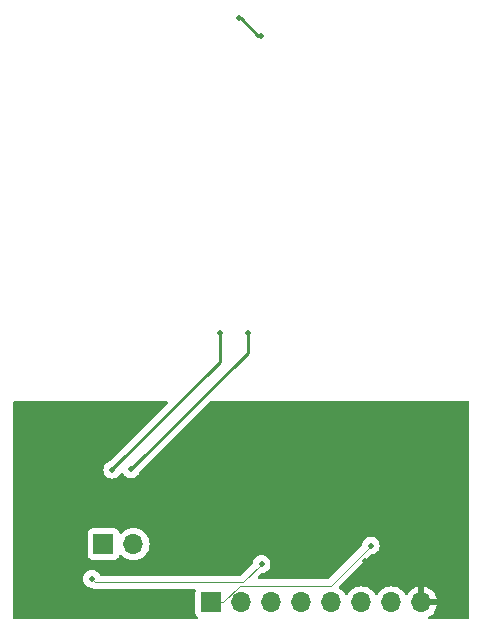
<source format=gbl>
G04 #@! TF.GenerationSoftware,KiCad,Pcbnew,7.0.9*
G04 #@! TF.CreationDate,2024-04-25T16:45:35+02:00*
G04 #@! TF.ProjectId,NFC_Programmer,4e46435f-5072-46f6-9772-616d6d65722e,3.0*
G04 #@! TF.SameCoordinates,Original*
G04 #@! TF.FileFunction,Copper,L2,Bot*
G04 #@! TF.FilePolarity,Positive*
%FSLAX46Y46*%
G04 Gerber Fmt 4.6, Leading zero omitted, Abs format (unit mm)*
G04 Created by KiCad (PCBNEW 7.0.9) date 2024-04-25 16:45:35*
%MOMM*%
%LPD*%
G01*
G04 APERTURE LIST*
G04 #@! TA.AperFunction,ComponentPad*
%ADD10R,1.700000X1.700000*%
G04 #@! TD*
G04 #@! TA.AperFunction,ComponentPad*
%ADD11O,1.700000X1.700000*%
G04 #@! TD*
G04 #@! TA.AperFunction,ViaPad*
%ADD12C,0.360000*%
G04 #@! TD*
G04 #@! TA.AperFunction,ViaPad*
%ADD13C,0.500000*%
G04 #@! TD*
G04 #@! TA.AperFunction,Conductor*
%ADD14C,0.100000*%
G04 #@! TD*
G04 #@! TA.AperFunction,Conductor*
%ADD15C,0.250000*%
G04 #@! TD*
G04 APERTURE END LIST*
D10*
X128530000Y-103060000D03*
D11*
X131070000Y-103060000D03*
X155450000Y-108000000D03*
X152910000Y-108000000D03*
X150370000Y-108000000D03*
X147830000Y-108000000D03*
X145290000Y-108000000D03*
X142750000Y-108000000D03*
X140210000Y-108000000D03*
D10*
X137670000Y-108000000D03*
D12*
X157290000Y-108800000D03*
X157410000Y-106750000D03*
X157370000Y-107320000D03*
X157340000Y-108130000D03*
X156490000Y-106240000D03*
X157060000Y-106240000D03*
X155340000Y-106240000D03*
X155950000Y-106240000D03*
X132950000Y-102060000D03*
X132860000Y-102820000D03*
X132830000Y-103540000D03*
X132800000Y-104280000D03*
X132300000Y-104770000D03*
X131370000Y-104790000D03*
X130490000Y-104780000D03*
X129580000Y-104840000D03*
X128570000Y-104790000D03*
X154640000Y-106420000D03*
X151930000Y-105830000D03*
X153960000Y-106440000D03*
X151460000Y-105450000D03*
X153280000Y-106320000D03*
X152590000Y-106270000D03*
X159130000Y-95860000D03*
X157940000Y-91280000D03*
X131870000Y-105550000D03*
X124300000Y-91250000D03*
X125190000Y-98820000D03*
X127340000Y-91240000D03*
X157250000Y-91280000D03*
X129940000Y-105570000D03*
X135120000Y-99770000D03*
X121160000Y-98970000D03*
X122870000Y-109150000D03*
D13*
X134251582Y-95601582D03*
D12*
X126460000Y-94700000D03*
X144350000Y-91290000D03*
X159080000Y-104020000D03*
X155130000Y-94450000D03*
X129220000Y-91250000D03*
X125190000Y-98210000D03*
X130030000Y-109160000D03*
X134590000Y-100240000D03*
X148440000Y-92230000D03*
X150480000Y-99510000D03*
X154370000Y-97580000D03*
X123600000Y-91240000D03*
X133980000Y-97190000D03*
X159130000Y-96470000D03*
X121160000Y-92260000D03*
X152660000Y-97670000D03*
X134450000Y-102200000D03*
X154960000Y-93780000D03*
X125860000Y-109180000D03*
X121170000Y-91560000D03*
X141860000Y-91280000D03*
X121120000Y-108950000D03*
X148700000Y-91290000D03*
X158550000Y-91280000D03*
X125740000Y-97180000D03*
X121130000Y-106460000D03*
X137450000Y-95930000D03*
X159120000Y-92860000D03*
X127700000Y-104640000D03*
X143780000Y-91290000D03*
X124910000Y-108130000D03*
X148000000Y-91280000D03*
X121160000Y-92870000D03*
X151917606Y-102411550D03*
X152920000Y-91280000D03*
X147701096Y-92221952D03*
X149280000Y-92220000D03*
X159090000Y-99740000D03*
X139410000Y-91290000D03*
X159090000Y-101530000D03*
X132820000Y-105550000D03*
X131290000Y-109180000D03*
X133600000Y-101250000D03*
X151890000Y-97650000D03*
X159130000Y-95290000D03*
X130870000Y-105570000D03*
X134350000Y-103270000D03*
X125250000Y-109180000D03*
X127520000Y-92500000D03*
X127740000Y-109160000D03*
X159120000Y-98960000D03*
X126610000Y-96460000D03*
X134330000Y-104370000D03*
X158390000Y-109150000D03*
X121130000Y-104670000D03*
X134650000Y-105360000D03*
X152310000Y-91280000D03*
X126670000Y-92870000D03*
X126440000Y-93840000D03*
X140680000Y-91280000D03*
X156070000Y-91280000D03*
X136910000Y-99940000D03*
X150460000Y-100300000D03*
X140020000Y-91290000D03*
X153450000Y-97640000D03*
X134950000Y-98240000D03*
X151364342Y-91970000D03*
X135077887Y-95174346D03*
X155410000Y-91290000D03*
X159080000Y-107150000D03*
X123410000Y-109150000D03*
X159090000Y-105270000D03*
X136980000Y-95110000D03*
X128330000Y-92550000D03*
X150470000Y-98680000D03*
X121160000Y-94050000D03*
X121810000Y-91240000D03*
D13*
X142620000Y-93280000D03*
D12*
X131010000Y-91250000D03*
X121690000Y-109150000D03*
X149880000Y-91290000D03*
X125480000Y-91250000D03*
X128310000Y-109160000D03*
X127050000Y-102380000D03*
X127910000Y-91240000D03*
X131820000Y-109180000D03*
X151460000Y-104220000D03*
X124910000Y-107590000D03*
X150530000Y-100960000D03*
X134950000Y-96480000D03*
X136540000Y-95870000D03*
X153540000Y-92730000D03*
X121130000Y-105850000D03*
X155130000Y-95290000D03*
X126400000Y-109180000D03*
X125760000Y-106200000D03*
X159080000Y-107760000D03*
X124910000Y-106980000D03*
X127050000Y-104100000D03*
X124910000Y-106410000D03*
X133540000Y-91240000D03*
X159090000Y-104660000D03*
X152060000Y-103740000D03*
X128800000Y-105570000D03*
X121120000Y-107160000D03*
X121120000Y-108340000D03*
X135620000Y-95890000D03*
X132850000Y-91240000D03*
X159130000Y-94680000D03*
X127050000Y-102950000D03*
X121130000Y-100360000D03*
X152220000Y-103020000D03*
X121120000Y-102240000D03*
X121160000Y-93440000D03*
X126970000Y-109180000D03*
X151740000Y-91280000D03*
X125190000Y-99360000D03*
X121130000Y-101540000D03*
X159120000Y-93430000D03*
X159090000Y-100920000D03*
X126670000Y-97160000D03*
X128970000Y-92080000D03*
D13*
X150700000Y-104480000D03*
D12*
X159080000Y-108330000D03*
X129460000Y-109160000D03*
X122420000Y-91240000D03*
X159120000Y-97780000D03*
X126540000Y-105870000D03*
X121160000Y-98360000D03*
X133530000Y-96280000D03*
X159090000Y-106450000D03*
X121130000Y-105280000D03*
X121120000Y-104030000D03*
X146820000Y-91280000D03*
X159130000Y-91550000D03*
X132280000Y-91240000D03*
X136340000Y-101680000D03*
X130400000Y-91250000D03*
X128520000Y-91240000D03*
X125670000Y-100350000D03*
X159080000Y-108940000D03*
X159120000Y-97170000D03*
X133210000Y-96990000D03*
X142470000Y-91280000D03*
X154800000Y-91290000D03*
X147200000Y-91900000D03*
X122990000Y-91240000D03*
X125190000Y-99930000D03*
X145600000Y-91280000D03*
X128920000Y-109160000D03*
X151070000Y-98110000D03*
X149310000Y-91290000D03*
X121130000Y-99750000D03*
X124910000Y-91250000D03*
X152170000Y-91820000D03*
X157820000Y-109150000D03*
X154230000Y-91290000D03*
X151130000Y-91280000D03*
X159090000Y-105840000D03*
X129830000Y-91250000D03*
X146210000Y-91280000D03*
X123980000Y-109150000D03*
X137000000Y-100650000D03*
X134960000Y-99050000D03*
D13*
X136870000Y-101300000D03*
D12*
X159090000Y-100350000D03*
X131670000Y-91240000D03*
X127100000Y-101690000D03*
X136100000Y-95140000D03*
X122260000Y-109150000D03*
X127050000Y-103560000D03*
X126090000Y-91250000D03*
X159120000Y-98350000D03*
X147390000Y-91280000D03*
X121170000Y-95300000D03*
X126130000Y-100790000D03*
X134890000Y-97330000D03*
X136100000Y-99920000D03*
X121160000Y-97180000D03*
X130670000Y-109180000D03*
X126610000Y-101210000D03*
X121120000Y-107770000D03*
X121170000Y-95870000D03*
X149880000Y-91890000D03*
X144960000Y-91290000D03*
X121120000Y-102850000D03*
X151124464Y-102010199D03*
X159080000Y-102230000D03*
X121120000Y-103420000D03*
X143170000Y-91290000D03*
X124910000Y-108700000D03*
X159120000Y-94040000D03*
X134250000Y-100770000D03*
X121130000Y-100930000D03*
X153420000Y-92190000D03*
X155210000Y-96260000D03*
D13*
X137990000Y-95230000D03*
D12*
X121170000Y-96480000D03*
X150570000Y-101750000D03*
X156680000Y-91280000D03*
X125190000Y-97640000D03*
X135450000Y-101790000D03*
X126700000Y-105300000D03*
X159080000Y-102840000D03*
X154390000Y-93370000D03*
X153620000Y-91290000D03*
X159120000Y-92250000D03*
X151070000Y-105060000D03*
D13*
X125870000Y-95560000D03*
D12*
X121160000Y-97790000D03*
X121170000Y-94690000D03*
D13*
X141500000Y-97570000D03*
D12*
X127050000Y-104670000D03*
X155050000Y-97220000D03*
X128250000Y-105320000D03*
X124680000Y-109180000D03*
X159080000Y-103410000D03*
X141290000Y-91280000D03*
X153610000Y-93260000D03*
X133840000Y-105540000D03*
X132890000Y-101350000D03*
X152870000Y-91870000D03*
X150690000Y-91810000D03*
X150490000Y-91290000D03*
X126730000Y-91240000D03*
D13*
X151160000Y-103180000D03*
X127550000Y-105990000D03*
X141910000Y-104760000D03*
X141830000Y-60000000D03*
X140730000Y-85158500D03*
X140010000Y-58550000D03*
X138400000Y-85180000D03*
X130850000Y-96740000D03*
X129280000Y-96770000D03*
D14*
X140120000Y-106570000D02*
X138690000Y-108000000D01*
X147770000Y-106570000D02*
X140120000Y-106570000D01*
X151160000Y-103180000D02*
X147770000Y-106570000D01*
X138690000Y-108000000D02*
X137670000Y-108000000D01*
X141910000Y-104760000D02*
X140380000Y-106290000D01*
X127850000Y-106290000D02*
X127550000Y-105990000D01*
X140380000Y-106290000D02*
X127850000Y-106290000D01*
D15*
X140730000Y-85158500D02*
X140730000Y-86860000D01*
X129280000Y-96720941D02*
X129280000Y-96770000D01*
X140130000Y-58550000D02*
X141580000Y-60000000D01*
X138400000Y-85180000D02*
X138400000Y-87600941D01*
X140010000Y-58550000D02*
X140130000Y-58550000D01*
X138400000Y-87600941D02*
X129280000Y-96720941D01*
X140730000Y-86860000D02*
X130850000Y-96740000D01*
X141580000Y-60000000D02*
X141830000Y-60000000D01*
G04 #@! TA.AperFunction,Conductor*
G36*
X133924027Y-90979685D02*
G01*
X133969782Y-91032489D01*
X133979726Y-91101647D01*
X133950701Y-91165203D01*
X133944669Y-91171681D01*
X129086915Y-96029433D01*
X129040190Y-96058793D01*
X128952308Y-96089544D01*
X128952300Y-96089548D01*
X128809115Y-96179518D01*
X128809109Y-96179523D01*
X128689523Y-96299109D01*
X128689518Y-96299115D01*
X128599547Y-96442302D01*
X128599545Y-96442305D01*
X128543685Y-96601943D01*
X128524751Y-96769997D01*
X128524751Y-96770002D01*
X128543685Y-96938056D01*
X128599545Y-97097694D01*
X128599547Y-97097697D01*
X128689518Y-97240884D01*
X128689523Y-97240890D01*
X128809109Y-97360476D01*
X128809115Y-97360481D01*
X128952302Y-97450452D01*
X128952305Y-97450454D01*
X128952309Y-97450455D01*
X128952310Y-97450456D01*
X129024913Y-97475860D01*
X129111943Y-97506314D01*
X129279997Y-97525249D01*
X129280000Y-97525249D01*
X129280003Y-97525249D01*
X129448056Y-97506314D01*
X129479678Y-97495249D01*
X129607690Y-97450456D01*
X129607692Y-97450454D01*
X129607694Y-97450454D01*
X129607697Y-97450452D01*
X129750884Y-97360481D01*
X129750885Y-97360480D01*
X129750890Y-97360477D01*
X129870477Y-97240890D01*
X129870481Y-97240884D01*
X129960449Y-97097702D01*
X129960450Y-97097698D01*
X129960456Y-97097690D01*
X129960459Y-97097680D01*
X129962005Y-97094472D01*
X129963565Y-97092743D01*
X129964162Y-97091794D01*
X129964328Y-97091898D01*
X130008826Y-97042611D01*
X130076252Y-97024295D01*
X130142877Y-97045340D01*
X130178721Y-97082296D01*
X130259521Y-97210888D01*
X130379109Y-97330476D01*
X130379115Y-97330481D01*
X130522302Y-97420452D01*
X130522305Y-97420454D01*
X130522309Y-97420455D01*
X130522310Y-97420456D01*
X130594913Y-97445860D01*
X130681943Y-97476314D01*
X130849997Y-97495249D01*
X130850000Y-97495249D01*
X130850003Y-97495249D01*
X131018056Y-97476314D01*
X131091954Y-97450456D01*
X131177690Y-97420456D01*
X131177692Y-97420454D01*
X131177694Y-97420454D01*
X131177697Y-97420452D01*
X131320884Y-97330481D01*
X131320885Y-97330480D01*
X131320890Y-97330477D01*
X131440477Y-97210890D01*
X131511598Y-97097702D01*
X131530452Y-97067697D01*
X131530455Y-97067692D01*
X131530456Y-97067690D01*
X131586313Y-96908059D01*
X131586313Y-96908054D01*
X131587613Y-96904341D01*
X131616972Y-96857616D01*
X137478271Y-90996318D01*
X137539594Y-90962834D01*
X137565952Y-90960000D01*
X159390500Y-90960000D01*
X159457539Y-90979685D01*
X159503294Y-91032489D01*
X159514500Y-91084000D01*
X159514500Y-109310500D01*
X159494815Y-109377539D01*
X159442011Y-109423294D01*
X159390500Y-109434500D01*
X156127404Y-109434500D01*
X156060365Y-109414815D01*
X156014610Y-109362011D01*
X156004666Y-109292853D01*
X156033691Y-109229297D01*
X156075000Y-109198118D01*
X156127575Y-109173601D01*
X156127577Y-109173600D01*
X156321082Y-109038105D01*
X156488105Y-108871082D01*
X156623600Y-108677578D01*
X156723429Y-108463492D01*
X156723432Y-108463486D01*
X156780636Y-108250000D01*
X155883686Y-108250000D01*
X155909493Y-108209844D01*
X155950000Y-108071889D01*
X155950000Y-107928111D01*
X155909493Y-107790156D01*
X155883686Y-107750000D01*
X156780636Y-107750000D01*
X156780635Y-107749999D01*
X156723432Y-107536513D01*
X156723429Y-107536507D01*
X156623600Y-107322422D01*
X156623599Y-107322420D01*
X156488113Y-107128926D01*
X156488108Y-107128920D01*
X156321082Y-106961894D01*
X156127578Y-106826399D01*
X155913492Y-106726570D01*
X155913486Y-106726567D01*
X155700000Y-106669364D01*
X155700000Y-107564498D01*
X155592315Y-107515320D01*
X155485763Y-107500000D01*
X155414237Y-107500000D01*
X155307685Y-107515320D01*
X155200000Y-107564498D01*
X155200000Y-106669364D01*
X155199999Y-106669364D01*
X154986513Y-106726567D01*
X154986507Y-106726570D01*
X154772422Y-106826399D01*
X154772420Y-106826400D01*
X154578926Y-106961886D01*
X154578920Y-106961891D01*
X154411891Y-107128920D01*
X154411890Y-107128922D01*
X154281880Y-107314595D01*
X154227303Y-107358219D01*
X154157804Y-107365412D01*
X154095450Y-107333890D01*
X154078730Y-107314594D01*
X153948494Y-107128597D01*
X153781402Y-106961506D01*
X153781395Y-106961501D01*
X153587834Y-106825967D01*
X153587830Y-106825965D01*
X153557054Y-106811614D01*
X153373663Y-106726097D01*
X153373659Y-106726096D01*
X153373655Y-106726094D01*
X153145413Y-106664938D01*
X153145403Y-106664936D01*
X152910001Y-106644341D01*
X152909999Y-106644341D01*
X152674596Y-106664936D01*
X152674586Y-106664938D01*
X152446344Y-106726094D01*
X152446335Y-106726098D01*
X152232171Y-106825964D01*
X152232169Y-106825965D01*
X152038597Y-106961505D01*
X151871505Y-107128597D01*
X151741575Y-107314158D01*
X151686998Y-107357783D01*
X151617500Y-107364977D01*
X151555145Y-107333454D01*
X151538425Y-107314158D01*
X151408494Y-107128597D01*
X151241402Y-106961506D01*
X151241395Y-106961501D01*
X151047834Y-106825967D01*
X151047830Y-106825965D01*
X151017054Y-106811614D01*
X150833663Y-106726097D01*
X150833659Y-106726096D01*
X150833655Y-106726094D01*
X150605413Y-106664938D01*
X150605403Y-106664936D01*
X150370001Y-106644341D01*
X150369999Y-106644341D01*
X150134596Y-106664936D01*
X150134586Y-106664938D01*
X149906344Y-106726094D01*
X149906335Y-106726098D01*
X149692171Y-106825964D01*
X149692169Y-106825965D01*
X149498597Y-106961505D01*
X149331505Y-107128597D01*
X149201575Y-107314158D01*
X149146998Y-107357783D01*
X149077500Y-107364977D01*
X149015145Y-107333454D01*
X148998425Y-107314158D01*
X148868494Y-107128597D01*
X148701402Y-106961506D01*
X148701395Y-106961501D01*
X148503396Y-106822860D01*
X148504672Y-106821036D01*
X148463054Y-106777338D01*
X148449871Y-106708723D01*
X148475877Y-106643874D01*
X148485614Y-106632909D01*
X151155551Y-103962972D01*
X151216872Y-103929489D01*
X151229347Y-103927435D01*
X151328054Y-103916314D01*
X151328057Y-103916313D01*
X151328059Y-103916313D01*
X151487690Y-103860456D01*
X151487692Y-103860454D01*
X151487694Y-103860454D01*
X151487697Y-103860452D01*
X151630884Y-103770481D01*
X151630885Y-103770480D01*
X151630890Y-103770477D01*
X151750477Y-103650890D01*
X151830419Y-103523664D01*
X151840452Y-103507697D01*
X151840454Y-103507694D01*
X151840454Y-103507692D01*
X151840456Y-103507690D01*
X151896313Y-103348059D01*
X151896313Y-103348058D01*
X151896314Y-103348056D01*
X151915249Y-103180002D01*
X151915249Y-103179997D01*
X151896314Y-103011943D01*
X151840454Y-102852305D01*
X151840452Y-102852302D01*
X151750481Y-102709115D01*
X151750476Y-102709109D01*
X151630890Y-102589523D01*
X151630884Y-102589518D01*
X151487697Y-102499547D01*
X151487694Y-102499545D01*
X151328056Y-102443685D01*
X151160003Y-102424751D01*
X151159997Y-102424751D01*
X150991943Y-102443685D01*
X150832305Y-102499545D01*
X150832302Y-102499547D01*
X150689115Y-102589518D01*
X150689109Y-102589523D01*
X150569523Y-102709109D01*
X150569518Y-102709115D01*
X150479547Y-102852302D01*
X150479544Y-102852307D01*
X150423685Y-103011946D01*
X150412564Y-103110651D01*
X150385497Y-103175065D01*
X150377025Y-103184448D01*
X147578294Y-105983181D01*
X147516971Y-106016666D01*
X147490613Y-106019500D01*
X141728387Y-106019500D01*
X141661348Y-105999815D01*
X141615593Y-105947011D01*
X141605649Y-105877853D01*
X141634674Y-105814297D01*
X141640697Y-105807827D01*
X141905552Y-105542971D01*
X141966871Y-105509489D01*
X141979347Y-105507435D01*
X142078054Y-105496314D01*
X142078057Y-105496313D01*
X142078059Y-105496313D01*
X142237690Y-105440456D01*
X142237692Y-105440454D01*
X142237694Y-105440454D01*
X142237697Y-105440452D01*
X142380884Y-105350481D01*
X142380885Y-105350480D01*
X142380890Y-105350477D01*
X142500477Y-105230890D01*
X142590452Y-105087697D01*
X142590454Y-105087694D01*
X142590454Y-105087692D01*
X142590456Y-105087690D01*
X142646313Y-104928059D01*
X142646313Y-104928058D01*
X142646314Y-104928056D01*
X142665249Y-104760002D01*
X142665249Y-104759997D01*
X142646314Y-104591943D01*
X142590454Y-104432305D01*
X142590452Y-104432302D01*
X142500481Y-104289115D01*
X142500476Y-104289109D01*
X142380890Y-104169523D01*
X142380884Y-104169518D01*
X142237697Y-104079547D01*
X142237694Y-104079545D01*
X142078056Y-104023685D01*
X141910003Y-104004751D01*
X141909997Y-104004751D01*
X141741943Y-104023685D01*
X141582305Y-104079545D01*
X141582302Y-104079547D01*
X141439115Y-104169518D01*
X141439109Y-104169523D01*
X141319523Y-104289109D01*
X141319518Y-104289115D01*
X141229547Y-104432302D01*
X141229544Y-104432307D01*
X141173685Y-104591946D01*
X141162564Y-104690651D01*
X141135497Y-104755065D01*
X141127025Y-104764448D01*
X140188294Y-105703181D01*
X140126971Y-105736666D01*
X140100613Y-105739500D01*
X128345449Y-105739500D01*
X128278410Y-105719815D01*
X128233859Y-105668401D01*
X128233479Y-105668585D01*
X128232803Y-105667182D01*
X128232655Y-105667011D01*
X128232320Y-105666179D01*
X128230456Y-105662308D01*
X128140481Y-105519115D01*
X128140476Y-105519109D01*
X128020890Y-105399523D01*
X128020884Y-105399518D01*
X127877697Y-105309547D01*
X127877694Y-105309545D01*
X127718056Y-105253685D01*
X127550003Y-105234751D01*
X127549997Y-105234751D01*
X127381943Y-105253685D01*
X127222305Y-105309545D01*
X127222302Y-105309547D01*
X127079115Y-105399518D01*
X127079109Y-105399523D01*
X126959523Y-105519109D01*
X126959518Y-105519115D01*
X126869547Y-105662302D01*
X126869545Y-105662305D01*
X126813685Y-105821943D01*
X126794751Y-105989997D01*
X126794751Y-105990002D01*
X126813685Y-106158056D01*
X126869545Y-106317694D01*
X126869547Y-106317697D01*
X126959518Y-106460884D01*
X126959523Y-106460890D01*
X127079109Y-106580476D01*
X127079115Y-106580481D01*
X127222302Y-106670452D01*
X127222308Y-106670455D01*
X127222310Y-106670456D01*
X127381941Y-106726313D01*
X127503517Y-106740011D01*
X127564560Y-106764428D01*
X127577658Y-106774361D01*
X127594353Y-106780944D01*
X127613290Y-106790351D01*
X127628618Y-106799672D01*
X127671247Y-106811616D01*
X127677263Y-106813639D01*
X127718436Y-106829876D01*
X127736287Y-106831711D01*
X127757052Y-106835657D01*
X127774335Y-106840500D01*
X127818594Y-106840500D01*
X127824935Y-106840824D01*
X127868972Y-106845352D01*
X127886656Y-106842303D01*
X127907724Y-106840500D01*
X136222663Y-106840500D01*
X136289702Y-106860185D01*
X136335457Y-106912989D01*
X136345401Y-106982147D01*
X136338845Y-107007833D01*
X136325908Y-107042517D01*
X136319501Y-107102116D01*
X136319500Y-107102135D01*
X136319500Y-108897870D01*
X136319501Y-108897876D01*
X136325908Y-108957483D01*
X136376202Y-109092328D01*
X136376206Y-109092335D01*
X136462452Y-109207544D01*
X136462455Y-109207547D01*
X136467380Y-109211234D01*
X136509251Y-109267168D01*
X136514235Y-109336859D01*
X136480749Y-109398182D01*
X136419426Y-109431666D01*
X136393069Y-109434500D01*
X120989500Y-109434500D01*
X120922461Y-109414815D01*
X120876706Y-109362011D01*
X120865500Y-109310500D01*
X120865500Y-103957870D01*
X127179500Y-103957870D01*
X127179501Y-103957876D01*
X127185908Y-104017483D01*
X127236202Y-104152328D01*
X127236206Y-104152335D01*
X127322452Y-104267544D01*
X127322455Y-104267547D01*
X127437664Y-104353793D01*
X127437671Y-104353797D01*
X127572517Y-104404091D01*
X127572516Y-104404091D01*
X127579444Y-104404835D01*
X127632127Y-104410500D01*
X129427872Y-104410499D01*
X129487483Y-104404091D01*
X129622331Y-104353796D01*
X129737546Y-104267546D01*
X129823796Y-104152331D01*
X129872810Y-104020916D01*
X129914681Y-103964984D01*
X129980145Y-103940566D01*
X130048418Y-103955417D01*
X130076673Y-103976569D01*
X130198599Y-104098495D01*
X130295384Y-104166265D01*
X130392165Y-104234032D01*
X130392167Y-104234033D01*
X130392170Y-104234035D01*
X130606337Y-104333903D01*
X130834592Y-104395063D01*
X131011034Y-104410500D01*
X131069999Y-104415659D01*
X131070000Y-104415659D01*
X131070001Y-104415659D01*
X131128966Y-104410500D01*
X131305408Y-104395063D01*
X131533663Y-104333903D01*
X131747830Y-104234035D01*
X131941401Y-104098495D01*
X132108495Y-103931401D01*
X132244035Y-103737830D01*
X132343903Y-103523663D01*
X132405063Y-103295408D01*
X132425659Y-103060000D01*
X132405063Y-102824592D01*
X132343903Y-102596337D01*
X132244035Y-102382171D01*
X132108495Y-102188599D01*
X132108494Y-102188597D01*
X131941402Y-102021506D01*
X131941395Y-102021501D01*
X131747834Y-101885967D01*
X131747830Y-101885965D01*
X131747828Y-101885964D01*
X131533663Y-101786097D01*
X131533659Y-101786096D01*
X131533655Y-101786094D01*
X131305413Y-101724938D01*
X131305403Y-101724936D01*
X131070001Y-101704341D01*
X131069999Y-101704341D01*
X130834596Y-101724936D01*
X130834586Y-101724938D01*
X130606344Y-101786094D01*
X130606335Y-101786098D01*
X130392171Y-101885964D01*
X130392169Y-101885965D01*
X130198600Y-102021503D01*
X130076673Y-102143430D01*
X130015350Y-102176914D01*
X129945658Y-102171930D01*
X129889725Y-102130058D01*
X129872810Y-102099081D01*
X129823797Y-101967671D01*
X129823793Y-101967664D01*
X129737547Y-101852455D01*
X129737544Y-101852452D01*
X129622335Y-101766206D01*
X129622328Y-101766202D01*
X129487482Y-101715908D01*
X129487483Y-101715908D01*
X129427883Y-101709501D01*
X129427881Y-101709500D01*
X129427873Y-101709500D01*
X129427864Y-101709500D01*
X127632129Y-101709500D01*
X127632123Y-101709501D01*
X127572516Y-101715908D01*
X127437671Y-101766202D01*
X127437664Y-101766206D01*
X127322455Y-101852452D01*
X127322452Y-101852455D01*
X127236206Y-101967664D01*
X127236202Y-101967671D01*
X127185908Y-102102517D01*
X127179501Y-102162116D01*
X127179500Y-102162135D01*
X127179500Y-103957870D01*
X120865500Y-103957870D01*
X120865500Y-91084000D01*
X120885185Y-91016961D01*
X120937989Y-90971206D01*
X120989500Y-90960000D01*
X133856988Y-90960000D01*
X133924027Y-90979685D01*
G37*
G04 #@! TD.AperFunction*
M02*

</source>
